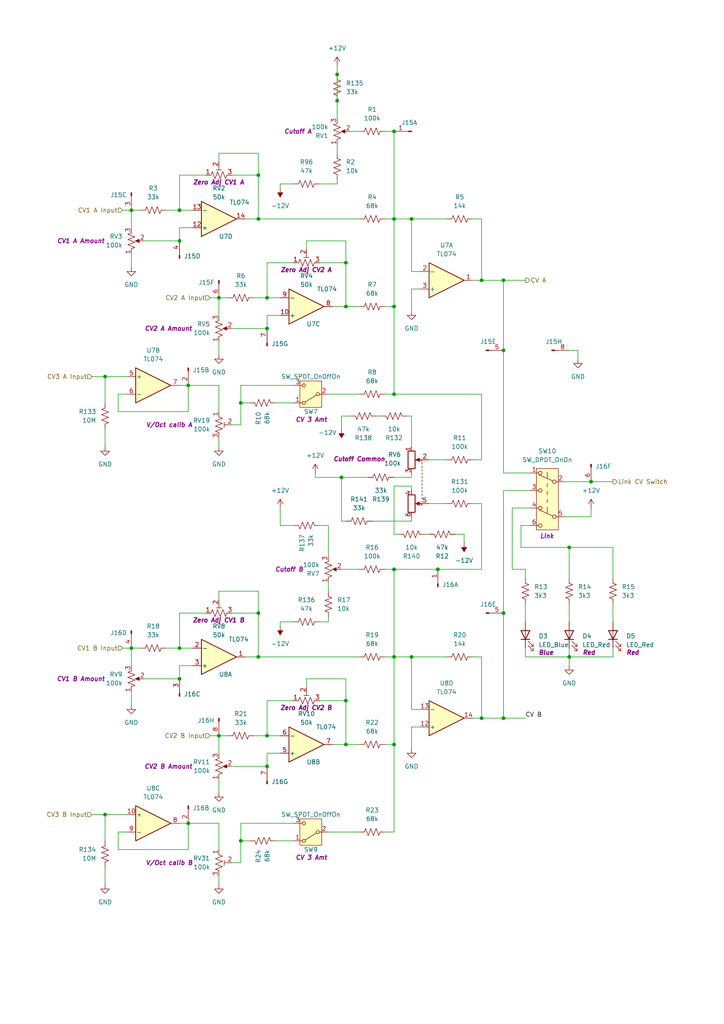
<source format=kicad_sch>
(kicad_sch (version 20250114) (generator "eeschema") (generator_version "9.0")
  (paper "A4" portrait)
  (title_block (company "DMH Instruments") (comment 1 "PCB for 15cm Kosmo format synthesizer module"))
  (junction (at 74.93 190.5))
  (junction (at 114.3 63.5))
  (junction (at 119.38 190.5))
  (junction (at 146.05 208.28))
  (junction (at 52.07 196.85))
  (junction (at 100.33 203.2))
  (junction (at 69.85 116.84))
  (junction (at 63.5 86.36))
  (junction (at 38.1 60.96))
  (junction (at 100.33 215.9))
  (junction (at 38.1 187.96))
  (junction (at 74.93 177.8))
  (junction (at 74.93 50.8))
  (junction (at 97.79 21.59))
  (junction (at 114.3 114.3))
  (junction (at 114.3 38.1))
  (junction (at 114.3 190.5))
  (junction (at 30.48 236.22))
  (junction (at 99.06 138.43))
  (junction (at 63.5 213.36))
  (junction (at 139.7 208.28))
  (junction (at 146.05 177.8))
  (junction (at 54.61 238.76))
  (junction (at 30.48 109.22))
  (junction (at 97.79 29.21))
  (junction (at 165.1 158.75))
  (junction (at 146.05 81.28))
  (junction (at 171.45 139.7))
  (junction (at 77.47 95.25))
  (junction (at 114.3 215.9))
  (junction (at 114.3 88.9))
  (junction (at 77.47 222.25))
  (junction (at 127 165.1))
  (junction (at 100.33 88.9))
  (junction (at 100.33 76.2))
  (junction (at 54.61 111.76))
  (junction (at 52.07 60.96))
  (junction (at 69.85 243.84))
  (junction (at 114.3 165.1))
  (junction (at 165.1 190.5))
  (junction (at 74.93 63.5))
  (junction (at 52.07 187.96))
  (junction (at 52.07 69.85))
  (junction (at 119.38 63.5))
  (junction (at 139.7 81.28))
  (junction (at 77.47 86.36))
  (junction (at 146.05 101.6))
  (junction (at 77.47 213.36))
  (wire (pts (xy 63.5 127) (xy 63.5 129.54)))
  (wire (pts (xy 114.3 140.97) (xy 114.3 154.94)))
  (wire (pts (xy 88.9 69.85) (xy 100.33 69.85)))
  (wire (pts (xy 119.38 142.24) (xy 119.38 140.97)))
  (wire (pts (xy 63.5 111.76) (xy 63.5 119.38)))
  (wire (pts (xy 81.28 147.32) (xy 81.28 152.4)))
  (wire (pts (xy 119.38 140.97) (xy 114.3 140.97)))
  (wire (pts (xy 88.9 196.85) (xy 100.33 196.85)))
  (wire (pts (xy 100.33 69.85) (xy 100.33 76.2)))
  (wire (pts (xy 77.47 213.36) (xy 81.28 213.36)))
  (wire (pts (xy 41.91 196.85) (xy 52.07 196.85)))
  (wire (pts (xy 152.4 187.96) (xy 152.4 190.5)))
  (wire (pts (xy 35.56 187.96) (xy 38.1 187.96)))
  (wire (pts (xy 146.05 81.28) (xy 152.4 81.28)))
  (wire (pts (xy 92.71 203.2) (xy 100.33 203.2)))
  (wire (pts (xy 146.05 81.28) (xy 146.05 101.6)))
  (wire (pts (xy 153.67 152.4) (xy 151.13 152.4)))
  (wire (pts (xy 163.83 139.7) (xy 171.45 139.7)))
  (wire (pts (xy 67.31 50.8) (xy 74.93 50.8)))
  (wire (pts (xy 139.7 208.28) (xy 137.16 208.28)))
  (wire (pts (xy 77.47 203.2) (xy 77.47 213.36)))
  (wire (pts (xy 100.33 88.9) (xy 104.14 88.9)))
  (wire (pts (xy 67.31 123.19) (xy 69.85 123.19)))
  (wire (pts (xy 99.06 138.43) (xy 106.68 138.43)))
  (wire (pts (xy 139.7 208.28) (xy 146.05 208.28)))
  (wire (pts (xy 97.79 29.21) (xy 97.79 34.29)))
  (wire (pts (xy 41.91 69.85) (xy 52.07 69.85)))
  (wire (pts (xy 146.05 208.28) (xy 152.4 208.28)))
  (wire (pts (xy 114.3 138.43) (xy 119.38 138.43)))
  (wire (pts (xy 67.31 222.25) (xy 77.47 222.25)))
  (wire (pts (xy 95.25 152.4) (xy 92.71 152.4)))
  (wire (pts (xy 121.92 83.82) (xy 119.38 83.82)))
  (wire (pts (xy 38.1 193.04) (xy 38.1 187.96)))
  (wire (pts (xy 74.93 63.5) (xy 71.12 63.5)))
  (wire (pts (xy 124.46 146.05) (xy 129.54 146.05)))
  (wire (pts (xy 85.09 180.34) (xy 81.28 180.34)))
  (wire (pts (xy 38.1 187.96) (xy 40.64 187.96)))
  (wire (pts (xy 92.71 53.34) (xy 97.79 53.34)))
  (wire (pts (xy 38.1 73.66) (xy 38.1 77.47)))
  (wire (pts (xy 91.44 138.43) (xy 91.44 137.16)))
  (wire (pts (xy 137.16 190.5) (xy 139.7 190.5)))
  (wire (pts (xy 67.31 250.19) (xy 69.85 250.19)))
  (wire (pts (xy 52.07 66.04) (xy 55.88 66.04)))
  (wire (pts (xy 54.61 119.38) (xy 54.61 111.76)))
  (wire (pts (xy 134.62 154.94) (xy 134.62 157.48)))
  (wire (pts (xy 118.11 120.65) (xy 119.38 120.65)))
  (wire (pts (xy 177.8 158.75) (xy 177.8 167.64)))
  (wire (pts (xy 119.38 205.74) (xy 121.92 205.74)))
  (wire (pts (xy 77.47 222.25) (xy 77.47 218.44)))
  (wire (pts (xy 97.79 41.91) (xy 97.79 44.45)))
  (wire (pts (xy 77.47 86.36) (xy 81.28 86.36)))
  (wire (pts (xy 111.76 190.5) (xy 114.3 190.5)))
  (wire (pts (xy 81.28 53.34) (xy 81.28 54.61)))
  (wire (pts (xy 165.1 190.5) (xy 165.1 193.04)))
  (wire (pts (xy 100.33 151.13) (xy 99.06 151.13)))
  (wire (pts (xy 139.7 165.1) (xy 127 165.1)))
  (wire (pts (xy 34.29 246.38) (xy 54.61 246.38)))
  (wire (pts (xy 114.3 215.9) (xy 114.3 241.3)))
  (wire (pts (xy 48.26 187.96) (xy 52.07 187.96)))
  (wire (pts (xy 81.28 180.34) (xy 81.28 181.61)))
  (wire (pts (xy 35.56 60.96) (xy 38.1 60.96)))
  (wire (pts (xy 111.76 114.3) (xy 114.3 114.3)))
  (wire (pts (xy 95.25 168.91) (xy 95.25 171.45)))
  (wire (pts (xy 54.61 246.38) (xy 54.61 238.76)))
  (wire (pts (xy 52.07 50.8) (xy 52.07 60.96)))
  (wire (pts (xy 52.07 50.8) (xy 59.69 50.8)))
  (wire (pts (xy 52.07 177.8) (xy 59.69 177.8)))
  (wire (pts (xy 30.48 109.22) (xy 30.48 116.84)))
  (wire (pts (xy 97.79 53.34) (xy 97.79 52.07)))
  (wire (pts (xy 165.1 187.96) (xy 165.1 190.5)))
  (wire (pts (xy 54.61 238.76) (xy 52.07 238.76)))
  (wire (pts (xy 109.22 120.65) (xy 110.49 120.65)))
  (wire (pts (xy 69.85 238.76) (xy 69.85 243.84)))
  (wire (pts (xy 74.93 44.45) (xy 74.93 50.8)))
  (wire (pts (xy 92.71 180.34) (xy 95.25 180.34)))
  (wire (pts (xy 36.83 114.3) (xy 34.29 114.3)))
  (wire (pts (xy 30.48 109.22) (xy 36.83 109.22)))
  (wire (pts (xy 63.5 173.99) (xy 63.5 171.45)))
  (wire (pts (xy 165.1 158.75) (xy 165.1 167.64)))
  (wire (pts (xy 63.5 254) (xy 63.5 256.54)))
  (wire (pts (xy 88.9 199.39) (xy 88.9 196.85)))
  (wire (pts (xy 30.48 251.46) (xy 30.48 256.54)))
  (wire (pts (xy 165.1 190.5) (xy 177.8 190.5)))
  (wire (pts (xy 97.79 19.05) (xy 97.79 21.59)))
  (wire (pts (xy 38.1 60.96) (xy 38.1 66.04)))
  (wire (pts (xy 85.09 203.2) (xy 77.47 203.2)))
  (wire (pts (xy 119.38 138.43) (xy 119.38 137.16)))
  (wire (pts (xy 88.9 72.39) (xy 88.9 69.85)))
  (wire (pts (xy 139.7 81.28) (xy 137.16 81.28)))
  (wire (pts (xy 67.31 177.8) (xy 74.93 177.8)))
  (wire (pts (xy 34.29 114.3) (xy 34.29 119.38)))
  (wire (pts (xy 100.33 196.85) (xy 100.33 203.2)))
  (wire (pts (xy 177.8 187.96) (xy 177.8 190.5)))
  (wire (pts (xy 63.5 99.06) (xy 63.5 102.87)))
  (wire (pts (xy 73.66 213.36) (xy 77.47 213.36)))
  (wire (pts (xy 63.5 226.06) (xy 63.5 229.87)))
  (wire (pts (xy 148.59 165.1) (xy 152.4 165.1)))
  (wire (pts (xy 119.38 149.86) (xy 119.38 151.13)))
  (wire (pts (xy 63.5 86.36) (xy 66.04 86.36)))
  (wire (pts (xy 114.3 38.1) (xy 114.3 63.5)))
  (wire (pts (xy 63.5 44.45) (xy 74.93 44.45)))
  (wire (pts (xy 63.5 218.44) (xy 63.5 213.36)))
  (wire (pts (xy 92.71 76.2) (xy 100.33 76.2)))
  (wire (pts (xy 111.76 38.1) (xy 114.3 38.1)))
  (wire (pts (xy 77.47 76.2) (xy 77.47 86.36)))
  (wire (pts (xy 81.28 152.4) (xy 85.09 152.4)))
  (wire (pts (xy 96.52 88.9) (xy 100.33 88.9)))
  (wire (pts (xy 146.05 208.28) (xy 146.05 177.8)))
  (wire (pts (xy 137.16 146.05) (xy 139.7 146.05)))
  (wire (pts (xy 171.45 149.86) (xy 163.83 149.86)))
  (wire (pts (xy 80.01 243.84) (xy 85.09 243.84)))
  (wire (pts (xy 114.3 63.5) (xy 114.3 88.9)))
  (wire (pts (xy 34.29 241.3) (xy 34.29 246.38)))
  (wire (pts (xy 127 165.1) (xy 114.3 165.1)))
  (wire (pts (xy 74.93 63.5) (xy 104.14 63.5)))
  (wire (pts (xy 101.6 38.1) (xy 104.14 38.1)))
  (wire (pts (xy 121.92 210.82) (xy 119.38 210.82)))
  (wire (pts (xy 152.4 175.26) (xy 152.4 180.34)))
  (wire (pts (xy 85.09 76.2) (xy 77.47 76.2)))
  (wire (pts (xy 97.79 21.59) (xy 97.79 29.21)))
  (wire (pts (xy 30.48 236.22) (xy 30.48 243.84)))
  (wire (pts (xy 151.13 158.75) (xy 165.1 158.75)))
  (wire (pts (xy 52.07 60.96) (xy 55.88 60.96)))
  (wire (pts (xy 146.05 142.24) (xy 153.67 142.24)))
  (wire (pts (xy 74.93 190.5) (xy 104.14 190.5)))
  (wire (pts (xy 177.8 175.26) (xy 177.8 180.34)))
  (wire (pts (xy 152.4 190.5) (xy 165.1 190.5)))
  (wire (pts (xy 95.25 241.3) (xy 104.14 241.3)))
  (wire (pts (xy 85.09 238.76) (xy 69.85 238.76)))
  (wire (pts (xy 69.85 111.76) (xy 69.85 116.84)))
  (wire (pts (xy 52.07 69.85) (xy 52.07 66.04)))
  (wire (pts (xy 26.67 236.22) (xy 30.48 236.22)))
  (wire (pts (xy 119.38 151.13) (xy 107.95 151.13)))
  (wire (pts (xy 67.31 95.25) (xy 77.47 95.25)))
  (wire (pts (xy 139.7 190.5) (xy 139.7 208.28)))
  (wire (pts (xy 95.25 161.29) (xy 95.25 152.4)))
  (wire (pts (xy 34.29 119.38) (xy 54.61 119.38)))
  (wire (pts (xy 69.85 123.19) (xy 69.85 116.84)))
  (wire (pts (xy 165.1 175.26) (xy 165.1 180.34)))
  (wire (pts (xy 119.38 120.65) (xy 119.38 129.54)))
  (wire (pts (xy 167.64 101.6) (xy 167.64 104.14)))
  (wire (pts (xy 139.7 63.5) (xy 139.7 81.28)))
  (wire (pts (xy 38.1 200.66) (xy 38.1 204.47)))
  (wire (pts (xy 132.08 154.94) (xy 134.62 154.94)))
  (wire (pts (xy 171.45 147.32) (xy 171.45 149.86)))
  (wire (pts (xy 119.38 78.74) (xy 121.92 78.74)))
  (wire (pts (xy 153.67 147.32) (xy 148.59 147.32)))
  (wire (pts (xy 137.16 63.5) (xy 139.7 63.5)))
  (wire (pts (xy 63.5 91.44) (xy 63.5 86.36)))
  (wire (pts (xy 111.76 63.5) (xy 114.3 63.5)))
  (wire (pts (xy 124.46 133.35) (xy 129.54 133.35)))
  (wire (pts (xy 152.4 165.1) (xy 152.4 167.64)))
  (wire (pts (xy 119.38 190.5) (xy 119.38 205.74)))
  (wire (pts (xy 123.19 154.94) (xy 124.46 154.94)))
  (wire (pts (xy 114.3 88.9) (xy 114.3 114.3)))
  (wire (pts (xy 111.76 241.3) (xy 114.3 241.3)))
  (wire (pts (xy 52.07 111.76) (xy 54.61 111.76)))
  (wire (pts (xy 100.33 203.2) (xy 100.33 215.9)))
  (wire (pts (xy 74.93 177.8) (xy 74.93 190.5)))
  (wire (pts (xy 99.06 165.1) (xy 104.14 165.1)))
  (wire (pts (xy 99.06 120.65) (xy 99.06 124.46)))
  (wire (pts (xy 139.7 146.05) (xy 139.7 165.1)))
  (wire (pts (xy 69.85 250.19) (xy 69.85 243.84)))
  (wire (pts (xy 63.5 46.99) (xy 63.5 44.45)))
  (wire (pts (xy 63.5 246.38) (xy 63.5 238.76)))
  (wire (pts (xy 74.93 190.5) (xy 71.12 190.5)))
  (wire (pts (xy 139.7 114.3) (xy 139.7 133.35)))
  (wire (pts (xy 165.1 101.6) (xy 167.64 101.6)))
  (wire (pts (xy 80.01 116.84) (xy 85.09 116.84)))
  (wire (pts (xy 77.47 91.44) (xy 81.28 91.44)))
  (wire (pts (xy 99.06 151.13) (xy 99.06 138.43)))
  (wire (pts (xy 77.47 95.25) (xy 77.47 91.44)))
  (wire (pts (xy 36.83 241.3) (xy 34.29 241.3)))
  (wire (pts (xy 165.1 158.75) (xy 177.8 158.75)))
  (wire (pts (xy 69.85 116.84) (xy 72.39 116.84)))
  (wire (pts (xy 111.76 88.9) (xy 114.3 88.9)))
  (wire (pts (xy 95.25 114.3) (xy 104.14 114.3)))
  (wire (pts (xy 60.96 213.36) (xy 63.5 213.36)))
  (wire (pts (xy 100.33 76.2) (xy 100.33 88.9)))
  (wire (pts (xy 171.45 139.7) (xy 177.8 139.7)))
  (wire (pts (xy 111.76 215.9) (xy 114.3 215.9)))
  (wire (pts (xy 77.47 218.44) (xy 81.28 218.44)))
  (wire (pts (xy 30.48 124.46) (xy 30.48 129.54)))
  (wire (pts (xy 153.67 137.16) (xy 146.05 137.16)))
  (wire (pts (xy 52.07 177.8) (xy 52.07 187.96)))
  (wire (pts (xy 119.38 63.5) (xy 119.38 78.74)))
  (wire (pts (xy 95.25 180.34) (xy 95.25 179.07)))
  (wire (pts (xy 85.09 111.76) (xy 69.85 111.76)))
  (wire (pts (xy 26.67 109.22) (xy 30.48 109.22)))
  (wire (pts (xy 146.05 101.6) (xy 146.05 137.16)))
  (wire (pts (xy 38.1 60.96) (xy 40.64 60.96)))
  (wire (pts (xy 148.59 147.32) (xy 148.59 165.1)))
  (wire (pts (xy 74.93 50.8) (xy 74.93 63.5)))
  (wire (pts (xy 63.5 171.45) (xy 74.93 171.45)))
  (wire (pts (xy 69.85 243.84) (xy 72.39 243.84)))
  (wire (pts (xy 96.52 215.9) (xy 100.33 215.9)))
  (wire (pts (xy 114.3 190.5) (xy 114.3 215.9)))
  (wire (pts (xy 139.7 81.28) (xy 146.05 81.28)))
  (wire (pts (xy 60.96 86.36) (xy 63.5 86.36)))
  (wire (pts (xy 119.38 83.82) (xy 119.38 90.17)))
  (wire (pts (xy 129.54 190.5) (xy 119.38 190.5)))
  (wire (pts (xy 137.16 133.35) (xy 139.7 133.35)))
  (wire (pts (xy 101.6 120.65) (xy 99.06 120.65)))
  (wire (pts (xy 63.5 238.76) (xy 54.61 238.76)))
  (wire (pts (xy 119.38 210.82) (xy 119.38 217.17)))
  (wire (pts (xy 99.06 138.43) (xy 91.44 138.43)))
  (wire (pts (xy 73.66 86.36) (xy 77.47 86.36)))
  (wire (pts (xy 114.3 190.5) (xy 119.38 190.5)))
  (wire (pts (xy 63.5 213.36) (xy 66.04 213.36)))
  (wire (pts (xy 52.07 187.96) (xy 55.88 187.96)))
  (wire (pts (xy 114.3 114.3) (xy 139.7 114.3)))
  (wire (pts (xy 54.61 111.76) (xy 63.5 111.76)))
  (wire (pts (xy 81.28 53.34) (xy 85.09 53.34)))
  (wire (pts (xy 30.48 236.22) (xy 36.83 236.22)))
  (wire (pts (xy 114.3 154.94) (xy 115.57 154.94)))
  (wire (pts (xy 111.76 165.1) (xy 114.3 165.1)))
  (wire (pts (xy 74.93 171.45) (xy 74.93 177.8)))
  (wire (pts (xy 114.3 63.5) (xy 119.38 63.5)))
  (wire (pts (xy 151.13 152.4) (xy 151.13 158.75)))
  (wire (pts (xy 100.33 215.9) (xy 104.14 215.9)))
  (wire (pts (xy 48.26 60.96) (xy 52.07 60.96)))
  (wire (pts (xy 114.3 165.1) (xy 114.3 190.5)))
  (wire (pts (xy 52.07 193.04) (xy 55.88 193.04)))
  (wire (pts (xy 146.05 177.8) (xy 146.05 142.24)))
  (wire (pts (xy 52.07 196.85) (xy 52.07 193.04)))
  (wire (pts (xy 129.54 63.5) (xy 119.38 63.5)))
  (label "CV B" (at 152.4 208.28 0))
  (hierarchical_label "CV1 B Input" (shape input) (at 35.56 187.96 180))
  (hierarchical_label "CV1 A Input" (shape input) (at 35.56 60.96 180))
  (hierarchical_label "CV A" (shape output) (at 152.4 81.28 0))
  (hierarchical_label "CV2 B Input" (shape input) (at 60.96 213.36 180))
  (hierarchical_label "CV3 B Input" (shape input) (at 26.67 236.22 180))
  (hierarchical_label "Link CV Switch" (shape output) (at 177.8 139.7 0))
  (hierarchical_label "CV2 A Input" (shape input) (at 60.96 86.36 180))
  (hierarchical_label "CV3 A Input" (shape input) (at 26.67 109.22 180))
  (symbol (lib_id "Device:R_US") (at 177.8 171.45 0) (unit 1)
    (property "Reference" "R15" (at 180.34 170.1799 0) (effects (justify left)))
    (property "Value" "3k3" (at 180.34 172.7199 0) (effects (justify left)))
    (property "Footprint" "Resistor_THT:R_Axial_DIN0207_L6.3mm_D2.5mm_P7.62mm_Horizontal" (effects (hide yes)))
    (property "Description" "Resistor, US symbol" (effects (hide yes)))
  )
  (symbol (lib_id "power:GND") (at 30.48 256.54 0) (unit 1)
    (property "Reference" "#PWR0105" (effects (hide yes)))
    (property "Value" "GND" (at 30.48 261.62 0))
    (property "Description" "Power symbol creates a global label with name \"GND\" , ground" (effects (hide yes)))
  )
  (symbol (lib_id "Device:R_US") (at 104.14 151.13 90) (unit 1)
    (property "Reference" "R141" (at 104.14 144.78 90))
    (property "Value" "33k" (at 104.14 147.32 90))
    (property "Footprint" "Resistor_THT:R_Axial_DIN0207_L6.3mm_D2.5mm_P7.62mm_Horizontal" (effects (hide yes)))
    (property "Description" "Resistor, US symbol" (effects (hide yes)))
  )
  (symbol (lib_id "power:GND") (at 63.5 102.87 0) (unit 1)
    (property "Reference" "#PWR019" (effects (hide yes)))
    (property "Value" "GND" (at 63.5 107.95 0))
    (property "Description" "Power symbol creates a global label with name \"GND\" , ground" (effects (hide yes)))
  )
  (symbol (lib_id "power:+12V") (at 171.45 147.32 0) (unit 1)
    (property "Reference" "#PWR022" (effects (hide yes)))
    (property "Value" "+12V" (at 171.45 142.24 0))
    (property "Description" "Power symbol creates a global label with name \"+12V\"" (effects (hide yes)))
  )
  (symbol (lib_id "SynthStuff:Conn_01x08_PinHeader") (at 54.61 106.68 270) (unit 2)
    (property "Reference" "J15" (at 55.88 107.3149 90) (effects (justify left)))
    (property "Value" "Conn_01x08_PinHeader" (effects (hide yes)))
    (property "Footprint" "Connector_PinSocket_2.54mm:PinSocket_1x08_P2.54mm_Vertical" (effects (hide yes)))
    (property "Description" "Generic connector, single row, 01x08" (effects (hide yes)))
  )
  (symbol (lib_id "SynthStuff:Conn_01x08_PinHeader") (at 63.5 81.28 270) (unit 6)
    (property "Reference" "J15" (at 62.23 81.9149 90) (effects (justify right)))
    (property "Value" "Conn_01x08_PinHeader" (effects (hide yes)))
    (property "Footprint" "Connector_PinSocket_2.54mm:PinSocket_1x08_P2.54mm_Vertical" (effects (hide yes)))
    (property "Description" "Generic connector, single row, 01x08" (effects (hide yes)))
  )
  (symbol (lib_id "SynthStuff:Conn_01x08_PinHeader") (at 119.38 38.1 180) (unit 1)
    (property "Reference" "J15" (at 118.745 35.56 0))
    (property "Value" "Conn_01x08_PinHeader" (effects (hide yes)))
    (property "Footprint" "Connector_PinSocket_2.54mm:PinSocket_1x08_P2.54mm_Vertical" (effects (hide yes)))
    (property "Description" "Generic connector, single row, 01x08" (effects (hide yes)))
  )
  (symbol (lib_id "Device:R_US") (at 95.25 175.26 0) (unit 1)
    (property "Reference" "R17" (at 97.79 173.9899 0) (effects (justify left)))
    (property "Value" "10k" (at 97.79 176.5299 0) (effects (justify left)))
    (property "Footprint" "Resistor_THT:R_Axial_DIN0207_L6.3mm_D2.5mm_P7.62mm_Horizontal" (effects (hide yes)))
    (property "Description" "Resistor, US symbol" (effects (hide yes)))
  )
  (symbol (lib_id "SynthStuff:Conn_01x08_PinHeader") (at 160.02 101.6 0) (unit 8)
    (property "Reference" "J15" (at 160.655 99.06 0))
    (property "Value" "Conn_01x08_PinHeader" (effects (hide yes)))
    (property "Footprint" "Connector_PinSocket_2.54mm:PinSocket_1x08_P2.54mm_Vertical" (effects (hide yes)))
    (property "Description" "Generic connector, single row, 01x08" (effects (hide yes)))
  )
  (symbol (lib_id "power:GND") (at 119.38 217.17 0) (unit 1)
    (property "Reference" "#PWR028" (effects (hide yes)))
    (property "Value" "GND" (at 119.38 222.25 0))
    (property "Description" "Power symbol creates a global label with name \"GND\" , ground" (effects (hide yes)))
  )
  (symbol (lib_id "Device:R_US") (at 107.95 165.1 90) (unit 1)
    (property "Reference" "R16" (at 107.95 158.75 90))
    (property "Value" "100k" (at 107.95 161.29 90))
    (property "Footprint" "Resistor_THT:R_Axial_DIN0207_L6.3mm_D2.5mm_P7.62mm_Horizontal" (effects (hide yes)))
    (property "Description" "Resistor, US symbol" (effects (hide yes)))
  )
  (symbol (lib_id "Device:R_US") (at 88.9 53.34 90) (unit 1)
    (property "Reference" "R96" (at 88.9 46.99 90))
    (property "Value" "47k" (at 88.9 49.53 90))
    (property "Footprint" "Resistor_THT:R_Axial_DIN0207_L6.3mm_D2.5mm_P7.62mm_Horizontal" (effects (hide yes)))
    (property "Description" "Resistor, US symbol" (effects (hide yes)))
  )
  (symbol (lib_id "Device:R_US") (at 165.1 171.45 0) (unit 1)
    (property "Reference" "R14" (at 167.64 170.1799 0) (effects (justify left)))
    (property "Value" "3k3" (at 167.64 172.7199 0) (effects (justify left)))
    (property "Footprint" "Resistor_THT:R_Axial_DIN0207_L6.3mm_D2.5mm_P7.62mm_Horizontal" (effects (hide yes)))
    (property "Description" "Resistor, US symbol" (effects (hide yes)))
  )
  (symbol (lib_id "Device:R_Potentiometer_Trim_US") (at 63.5 250.19 0) (unit 1)
    (property "Reference" "RV31" (at 60.96 248.9199 0) (effects (justify right)))
    (property "Value" "100k" (at 60.96 251.4599 0) (effects (justify right)))
    (property "Description" "Trim-potentiometer, US symbol" (effects (hide yes)))
    (property "Function" "V/Oct calib B" (at 49.022 250.19 0) (effects (font (thickness 0.254) (bold yes) (italic yes))))
  )
  (symbol (lib_id "power:GND") (at 63.5 229.87 0) (unit 1)
    (property "Reference" "#PWR029" (effects (hide yes)))
    (property "Value" "GND" (at 63.5 234.95 0))
    (property "Description" "Power symbol creates a global label with name \"GND\" , ground" (effects (hide yes)))
  )
  (symbol (lib_id "power:GND") (at 38.1 77.47 0) (unit 1)
    (property "Reference" "#PWR011" (effects (hide yes)))
    (property "Value" "GND" (at 38.1 82.55 0))
    (property "Description" "Power symbol creates a global label with name \"GND\" , ground" (effects (hide yes)))
  )
  (symbol (lib_id "Device:R_US") (at 107.95 63.5 90) (unit 1) (on_board no)
    (property "Reference" "R4" (at 107.95 57.15 90))
    (property "Value" "68k" (at 107.95 59.69 90))
    (property "Footprint" "Resistor_THT:R_Axial_DIN0207_L6.3mm_D2.5mm_P7.62mm_Horizontal" (effects (hide yes)))
    (property "Description" "Resistor, US symbol" (effects (hide yes)))
  )
  (symbol (lib_id "Device:R_Potentiometer_Trim_US") (at 88.9 203.2 90) (unit 1)
    (property "Reference" "RV10" (at 88.9 207.01 90))
    (property "Value" "50k" (at 88.9 209.55 90))
    (property "Footprint" "Potentiometer_THT:Potentiometer_Bourns_3296W_Vertical" (effects (hide yes)))
    (property "Description" "Trim-potentiometer, US symbol" (effects (hide yes)))
    (property "Function" "Zero Adj CV2 B" (at 88.9 205.232 90) (effects (font (thickness 0.254) (bold yes) (italic yes))))
  )
  (symbol (lib_id "power:GND") (at 63.5 129.54 0) (unit 1)
    (property "Reference" "#PWR021" (effects (hide yes)))
    (property "Value" "GND" (at 63.5 134.62 0))
    (property "Description" "Power symbol creates a global label with name \"GND\" , ground" (effects (hide yes)))
  )
  (symbol (lib_id "Device:R_US") (at 107.95 114.3 270) (unit 1)
    (property "Reference" "R8" (at 107.95 107.95 90))
    (property "Value" "68k" (at 107.95 110.49 90))
    (property "Footprint" "Resistor_THT:R_Axial_DIN0207_L6.3mm_D2.5mm_P7.62mm_Horizontal" (effects (hide yes)))
    (property "Description" "Resistor, US symbol" (effects (hide yes)))
  )
  (symbol (lib_id "Device:R_US") (at 69.85 86.36 90) (unit 1) (on_board no)
    (property "Reference" "R6" (at 69.85 80.01 90))
    (property "Value" "33k" (at 69.85 82.55 90))
    (property "Footprint" "Resistor_THT:R_Axial_DIN0207_L6.3mm_D2.5mm_P7.62mm_Horizontal" (effects (hide yes)))
    (property "Description" "Resistor, US symbol" (effects (hide yes)))
  )
  (symbol (lib_id "power:+12V") (at 91.44 137.16 0) (unit 1)
    (property "Reference" "#PWR020" (effects (hide yes)))
    (property "Value" "+12V" (at 91.44 132.08 0))
    (property "Description" "Power symbol creates a global label with name \"+12V\"" (effects (hide yes)))
  )
  (symbol (lib_id "SynthStuff:Conn_01x08_PinHeader") (at 140.97 101.6 0) (unit 5)
    (property "Reference" "J15" (at 141.605 99.06 0))
    (property "Value" "Conn_01x08_PinHeader" (effects (hide yes)))
    (property "Footprint" "Connector_PinSocket_2.54mm:PinSocket_1x08_P2.54mm_Vertical" (effects (hide yes)))
    (property "Description" "Generic connector, single row, 01x08" (effects (hide yes)))
  )
  (symbol (lib_id "Device:R_US") (at 97.79 48.26 0) (unit 1)
    (property "Reference" "R2" (at 100.33 46.9899 0) (effects (justify left)))
    (property "Value" "10k" (at 100.33 49.5299 0) (effects (justify left)))
    (property "Footprint" "Resistor_THT:R_Axial_DIN0207_L6.3mm_D2.5mm_P7.62mm_Horizontal" (effects (hide yes)))
    (property "Description" "Resistor, US symbol" (effects (hide yes)))
  )
  (symbol (lib_id "Device:R_US") (at 107.95 190.5 90) (unit 1) (on_board no)
    (property "Reference" "R19" (at 107.95 184.15 90))
    (property "Value" "68k" (at 107.95 186.69 90))
    (property "Footprint" "Resistor_THT:R_Axial_DIN0207_L6.3mm_D2.5mm_P7.62mm_Horizontal" (effects (hide yes)))
    (property "Description" "Resistor, US symbol" (effects (hide yes)))
  )
  (symbol (lib_id "power:GND") (at 119.38 90.17 0) (unit 1)
    (property "Reference" "#PWR012" (effects (hide yes)))
    (property "Value" "GND" (at 119.38 95.25 0))
    (property "Description" "Power symbol creates a global label with name \"GND\" , ground" (effects (hide yes)))
  )
  (symbol (lib_id "Device:R_US") (at 110.49 138.43 270) (unit 1)
    (property "Reference" "R139" (at 110.49 144.78 90))
    (property "Value" "33k" (at 110.49 142.24 90))
    (property "Footprint" "Resistor_THT:R_Axial_DIN0207_L6.3mm_D2.5mm_P7.62mm_Horizontal" (effects (hide yes)))
    (property "Description" "Resistor, US symbol" (effects (hide yes)))
  )
  (symbol (lib_id "Device:R_US") (at 133.35 63.5 90) (unit 1) (on_board no)
    (property "Reference" "R5" (at 133.35 57.15 90))
    (property "Value" "14k" (at 133.35 59.69 90))
    (property "Footprint" "Resistor_THT:R_Axial_DIN0207_L6.3mm_D2.5mm_P7.62mm_Horizontal" (effects (hide yes)))
    (property "Description" "Resistor, US symbol" (effects (hide yes)))
  )
  (symbol (lib_id "Switch:SW_SPDT") (at 90.17 114.3 180) (unit 1)
    (property "Reference" "SW7" (at 90.17 119.38 0))
    (property "Value" "SW_SPDT_OnOffOn" (at 90.17 109.22 0))
    (property "Footprint" "SynthStuff:Toggle_Switch_TE" (effects (hide yes)))
    (property "Description" "Switch, single pole double throw" (effects (hide yes)))
    (property "Function" "CV 3 Amt" (at 90.424 121.666 0) (effects (font (thickness 0.254) (bold yes) (italic yes))))
  )
  (symbol (lib_id "Device:R_Potentiometer_Trim_US") (at 63.5 177.8 90) (unit 1)
    (property "Reference" "RV8" (at 63.5 181.61 90))
    (property "Value" "50k" (at 63.5 184.15 90))
    (property "Footprint" "Potentiometer_THT:Potentiometer_Bourns_3296W_Vertical" (effects (hide yes)))
    (property "Description" "Trim-potentiometer, US symbol" (effects (hide yes)))
    (property "Function" "Zero Adj CV1 B" (at 63.5 179.832 90) (effects (font (thickness 0.254) (bold yes) (italic yes))))
  )
  (symbol (lib_id "power:GND") (at 63.5 256.54 0) (unit 1)
    (property "Reference" "#PWR030" (effects (hide yes)))
    (property "Value" "GND" (at 63.5 261.62 0))
    (property "Description" "Power symbol creates a global label with name \"GND\" , ground" (effects (hide yes)))
  )
  (symbol (lib_id "power:-12V") (at 99.06 124.46 180) (unit 1)
    (property "Reference" "#PWR073" (effects (hide yes)))
    (property "Value" "-12V" (at 94.996 125.476 0))
    (property "Description" "Power symbol creates a global label with name \"-12V\"" (effects (hide yes)))
  )
  (symbol (lib_id "Device:R_US") (at 114.3 120.65 270) (mirror x) (unit 1)
    (property "Reference" "R132" (at 114.3 127 90))
    (property "Value" "10k" (at 114.3 124.46 90))
    (property "Footprint" "Resistor_THT:R_Axial_DIN0207_L6.3mm_D2.5mm_P7.62mm_Horizontal" (effects (hide yes)))
    (property "Description" "Resistor, US symbol" (effects (hide yes)))
  )
  (symbol (lib_id "Device:R_US") (at 88.9 152.4 90) (mirror x) (unit 1)
    (property "Reference" "R137" (at 87.6299 154.94 0) (effects (justify left)))
    (property "Value" "33k" (at 90.1699 154.94 0) (effects (justify left)))
    (property "Footprint" "Resistor_THT:R_Axial_DIN0207_L6.3mm_D2.5mm_P7.62mm_Horizontal" (effects (hide yes)))
    (property "Description" "Resistor, US symbol" (effects (hide yes)))
  )
  (symbol (lib_id "Device:R_Potentiometer_US") (at 63.5 222.25 0) (mirror x) (unit 1)
    (property "Reference" "RV11" (at 60.96 220.9799 0) (effects (justify right)))
    (property "Value" "100k" (at 60.96 223.5199 0) (effects (justify right)))
    (property "Footprint" "SynthStuff:Potentiometer_TT_P110KH1" (effects (hide yes)))
    (property "Description" "Potentiometer, US symbol" (effects (hide yes)))
    (property "Function" "CV2 B Amount" (at 48.768 222.25 0) (effects (font (thickness 0.254) (bold yes) (italic yes))))
  )
  (symbol (lib_id "Device:R_Potentiometer_US") (at 95.25 165.1 0) (mirror x) (unit 1)
    (property "Reference" "RV7" (at 92.71 166.3701 0) (effects (justify right)))
    (property "Value" "100k" (at 92.71 163.8301 0) (effects (justify right)))
    (property "Footprint" "SynthStuff:Potentiometer_Alpha_RD901F-40-00D_Single_Vertical" (effects (hide yes)))
    (property "Description" "Potentiometer, US symbol" (effects (hide yes)))
    (property "Function" "Cutoff B" (at 83.82 165.1 0) (effects (font (thickness 0.254) (bold yes) (italic yes))))
  )
  (symbol (lib_id "Amplifier_Operational:TL074") (at 44.45 111.76 0) (unit 2) (on_board no)
    (property "Reference" "U7" (at 44.45 101.6 0))
    (property "Value" "TL074" (at 44.45 104.14 0))
    (property "Datasheet" "http://www.ti.com/lit/ds/symlink/tl071.pdf" (effects (hide yes)))
    (property "Description" "Quad Low-Noise JFET-Input Operational Amplifiers, DIP-14/SOIC-14" (effects (hide yes)))
  )
  (symbol (lib_id "Device:R_US") (at 133.35 190.5 90) (unit 1) (on_board no)
    (property "Reference" "R20" (at 133.35 184.15 90))
    (property "Value" "14k" (at 133.35 186.69 90))
    (property "Footprint" "Resistor_THT:R_Axial_DIN0207_L6.3mm_D2.5mm_P7.62mm_Horizontal" (effects (hide yes)))
    (property "Description" "Resistor, US symbol" (effects (hide yes)))
  )
  (symbol (lib_id "Device:LED") (at 152.4 184.15 90) (unit 1)
    (property "Reference" "D3" (at 156.21 184.4674 90) (effects (justify right)))
    (property "Value" "LED_Blue" (at 156.21 187.0074 90) (effects (justify right)))
    (property "Footprint" "LED_THT:LED_D3.0mm" (effects (hide yes)))
    (property "Description" "Light emitting diode" (effects (hide yes)))
    (property "Function" "Blue" (at 158.496 189.23 90) (effects (font (thickness 0.254) (bold yes) (italic yes))))
    (property "Sim.Pins" "1=K 2=A" (effects (hide yes)))
  )
  (symbol (lib_id "Device:R_US") (at 119.38 154.94 90) (mirror x) (unit 1)
    (property "Reference" "R140" (at 119.38 161.29 90))
    (property "Value" "10k" (at 119.38 158.75 90))
    (property "Footprint" "Resistor_THT:R_Axial_DIN0207_L6.3mm_D2.5mm_P7.62mm_Horizontal" (effects (hide yes)))
    (property "Description" "Resistor, US symbol" (effects (hide yes)))
  )
  (symbol (lib_id "Device:R_US") (at 44.45 60.96 90) (unit 1) (on_board no)
    (property "Reference" "R3" (at 44.45 54.61 90))
    (property "Value" "33k" (at 44.45 57.15 90))
    (property "Footprint" "Resistor_THT:R_Axial_DIN0207_L6.3mm_D2.5mm_P7.62mm_Horizontal" (effects (hide yes)))
    (property "Description" "Resistor, US symbol" (effects (hide yes)))
  )
  (symbol (lib_id "SynthStuff:Conn_01x08_PinHeader") (at 52.07 201.93 270) (mirror x) (unit 3)
    (property "Reference" "J16" (at 53.34 201.2951 90) (effects (justify left)))
    (property "Value" "Conn_01x08_PinHeader" (effects (hide yes)))
    (property "Footprint" "Connector_PinSocket_2.54mm:PinSocket_1x08_P2.54mm_Vertical" (effects (hide yes)))
    (property "Description" "Generic connector, single row, 01x08" (effects (hide yes)))
  )
  (symbol (lib_id "SynthStuff:Conn_01x08_PinHeader") (at 127 170.18 90) (unit 1)
    (property "Reference" "J16" (at 128.27 169.5449 90) (effects (justify right)))
    (property "Value" "Conn_01x08_PinHeader" (effects (hide yes)))
    (property "Footprint" "Connector_PinSocket_2.54mm:PinSocket_1x08_P2.54mm_Vertical" (effects (hide yes)))
    (property "Description" "Generic connector, single row, 01x08" (effects (hide yes)))
  )
  (symbol (lib_id "Switch:SW_SPDT") (at 90.17 241.3 180) (unit 1)
    (property "Reference" "SW9" (at 90.17 246.38 0))
    (property "Value" "SW_SPDT_OnOffOn" (at 90.17 236.22 0))
    (property "Footprint" "SynthStuff:Toggle_Switch_TE" (effects (hide yes)))
    (property "Description" "Switch, single pole double throw" (effects (hide yes)))
    (property "Function" "CV 3 Amt" (at 90.424 248.666 0) (effects (font (thickness 0.254) (bold yes) (italic yes))))
  )
  (symbol (lib_id "Device:R_US") (at 76.2 116.84 270) (mirror x) (unit 1)
    (property "Reference" "R10" (at 74.9299 119.38 0) (effects (justify right)))
    (property "Value" "68k" (at 77.4699 119.38 0) (effects (justify right)))
    (property "Footprint" "Resistor_THT:R_Axial_DIN0207_L6.3mm_D2.5mm_P7.62mm_Horizontal" (effects (hide yes)))
    (property "Description" "Resistor, US symbol" (effects (hide yes)))
  )
  (symbol (lib_id "SynthStuff:Conn_01x08_PinHeader") (at 38.1 182.88 90) (mirror x) (unit 4)
    (property "Reference" "J16" (at 36.83 183.5149 90) (effects (justify left)))
    (property "Value" "Conn_01x08_PinHeader" (effects (hide yes)))
    (property "Footprint" "Connector_PinSocket_2.54mm:PinSocket_1x08_P2.54mm_Vertical" (effects (hide yes)))
    (property "Description" "Generic connector, single row, 01x08" (effects (hide yes)))
  )
  (symbol (lib_id "Device:R_Potentiometer_US") (at 38.1 69.85 0) (mirror x) (unit 1)
    (property "Reference" "RV3" (at 35.56 68.5799 0) (effects (justify right)))
    (property "Value" "100k" (at 35.56 71.1199 0) (effects (justify right)))
    (property "Footprint" "SynthStuff:Potentiometer_TT_P110KH1" (effects (hide yes)))
    (property "Description" "Potentiometer, US symbol" (effects (hide yes)))
    (property "Function" "CV1 A Amount" (at 23.368 69.85 0) (effects (font (thickness 0.254) (bold yes) (italic yes))))
  )
  (symbol (lib_id "Device:R_Potentiometer_Trim_US") (at 88.9 76.2 90) (unit 1)
    (property "Reference" "RV4" (at 88.9 80.01 90))
    (property "Value" "50k" (at 88.9 82.55 90))
    (property "Footprint" "Potentiometer_THT:Potentiometer_Bourns_3296W_Vertical" (effects (hide yes)))
    (property "Description" "Trim-potentiometer, US symbol" (effects (hide yes)))
    (property "Function" "Zero Adj CV2 A" (at 88.9 78.232 90) (effects (font (thickness 0.254) (bold yes) (italic yes))))
  )
  (symbol (lib_id "Device:R_US") (at 133.35 146.05 90) (unit 1)
    (property "Reference" "R131" (at 133.35 139.7 90))
    (property "Value" "100k" (at 133.35 142.24 90))
    (property "Footprint" "Resistor_THT:R_Axial_DIN0207_L6.3mm_D2.5mm_P7.62mm_Horizontal" (effects (hide yes)))
    (property "Description" "Resistor, US symbol" (effects (hide yes)))
  )
  (symbol (lib_id "Device:R_US") (at 97.79 25.4 180) (unit 1)
    (property "Reference" "R135" (at 100.33 24.1299 0) (effects (justify right)))
    (property "Value" "33k" (at 100.33 26.6699 0) (effects (justify right)))
    (property "Footprint" "Resistor_THT:R_Axial_DIN0207_L6.3mm_D2.5mm_P7.62mm_Horizontal" (effects (hide yes)))
    (property "Description" "Resistor, US symbol" (effects (hide yes)))
  )
  (symbol (lib_id "Device:R_Potentiometer_Trim_US") (at 63.5 50.8 90) (unit 1)
    (property "Reference" "RV2" (at 63.5 54.61 90))
    (property "Value" "50k" (at 63.5 57.15 90))
    (property "Footprint" "Potentiometer_THT:Potentiometer_Bourns_3296W_Vertical" (effects (hide yes)))
    (property "Description" "Trim-potentiometer, US symbol" (effects (hide yes)))
    (property "Function" "Zero Adj CV1 A" (at 63.5 52.832 90) (effects (font (thickness 0.254) (bold yes) (italic yes))))
  )
  (symbol (lib_id "power:-12V") (at 134.62 157.48 180) (unit 1)
    (property "Reference" "#PWR023" (effects (hide yes)))
    (property "Value" "-12V" (at 134.62 162.56 0))
    (property "Description" "Power symbol creates a global label with name \"-12V\"" (effects (hide yes)))
  )
  (symbol (lib_id "power:GND") (at 38.1 204.47 0) (unit 1)
    (property "Reference" "#PWR027" (effects (hide yes)))
    (property "Value" "GND" (at 38.1 209.55 0))
    (property "Description" "Power symbol creates a global label with name \"GND\" , ground" (effects (hide yes)))
  )
  (symbol (lib_id "Device:R_US") (at 88.9 180.34 90) (unit 1)
    (property "Reference" "R136" (at 88.9 173.99 90))
    (property "Value" "47k" (at 88.9 176.53 90))
    (property "Footprint" "Resistor_THT:R_Axial_DIN0207_L6.3mm_D2.5mm_P7.62mm_Horizontal" (effects (hide yes)))
    (property "Description" "Resistor, US symbol" (effects (hide yes)))
  )
  (symbol (lib_id "Device:R_US") (at 76.2 243.84 270) (mirror x) (unit 1)
    (property "Reference" "R24" (at 74.9299 246.38 0) (effects (justify right)))
    (property "Value" "68k" (at 77.4699 246.38 0) (effects (justify right)))
    (property "Footprint" "Resistor_THT:R_Axial_DIN0207_L6.3mm_D2.5mm_P7.62mm_Horizontal" (effects (hide yes)))
    (property "Description" "Resistor, US symbol" (effects (hide yes)))
  )
  (symbol (lib_id "Device:R_US") (at 107.95 38.1 90) (unit 1)
    (property "Reference" "R1" (at 107.95 31.75 90))
    (property "Value" "100k" (at 107.95 34.29 90))
    (property "Footprint" "Resistor_THT:R_Axial_DIN0207_L6.3mm_D2.5mm_P7.62mm_Horizontal" (effects (hide yes)))
    (property "Description" "Resistor, US symbol" (effects (hide yes)))
  )
  (symbol (lib_id "power:GND") (at 165.1 193.04 0) (unit 1)
    (property "Reference" "#PWR026" (effects (hide yes)))
    (property "Value" "GND" (at 165.1 198.12 0))
    (property "Description" "Power symbol creates a global label with name \"GND\" , ground" (effects (hide yes)))
  )
  (symbol (lib_id "Device:R_US") (at 152.4 171.45 0) (unit 1)
    (property "Reference" "R13" (at 154.94 170.1799 0) (effects (justify left)))
    (property "Value" "3k3" (at 154.94 172.7199 0) (effects (justify left)))
    (property "Footprint" "Resistor_THT:R_Axial_DIN0207_L6.3mm_D2.5mm_P7.62mm_Horizontal" (effects (hide yes)))
    (property "Description" "Resistor, US symbol" (effects (hide yes)))
  )
  (symbol (lib_id "Amplifier_Operational:TL074") (at 129.54 208.28 0) (mirror x) (unit 4) (on_board no)
    (property "Reference" "U8" (at 129.54 198.12 0))
    (property "Value" "TL074" (at 129.54 200.66 0))
    (property "Footprint" "Package_DIP:DIP-14_W7.62mm_Socket" (effects (hide yes)))
    (property "Datasheet" "http://www.ti.com/lit/ds/symlink/tl071.pdf" (effects (hide yes)))
    (property "Description" "Quad Low-Noise JFET-Input Operational Amplifiers, DIP-14/SOIC-14" (effects (hide yes)))
  )
  (symbol (lib_id "Amplifier_Operational:TL074") (at 44.45 238.76 0) (unit 3) (on_board no)
    (property "Reference" "U8" (at 44.45 228.6 0))
    (property "Value" "TL074" (at 44.45 231.14 0))
    (property "Datasheet" "http://www.ti.com/lit/ds/symlink/tl071.pdf" (effects (hide yes)))
    (property "Description" "Quad Low-Noise JFET-Input Operational Amplifiers, DIP-14/SOIC-14" (effects (hide yes)))
  )
  (symbol (lib_id "Device:R_US") (at 30.48 120.65 0) (mirror x) (unit 1) (on_board no)
    (property "Reference" "R133" (at 27.94 119.3799 0) (effects (justify right)))
    (property "Value" "10M" (at 27.94 121.9199 0) (effects (justify right)))
    (property "Footprint" "Resistor_THT:R_Axial_DIN0207_L6.3mm_D2.5mm_P7.62mm_Horizontal" (effects (hide yes)))
    (property "Description" "Resistor, US symbol" (effects (hide yes)))
  )
  (symbol (lib_id "Device:R_US") (at 30.48 247.65 0) (mirror x) (unit 1) (on_board no)
    (property "Reference" "R134" (at 27.94 246.3799 0) (effects (justify right)))
    (property "Value" "10M" (at 27.94 248.9199 0) (effects (justify right)))
    (property "Footprint" "Resistor_THT:R_Axial_DIN0207_L6.3mm_D2.5mm_P7.62mm_Horizontal" (effects (hide yes)))
    (property "Description" "Resistor, US symbol" (effects (hide yes)))
  )
  (symbol (lib_id "power:GND") (at 167.64 104.14 0) (unit 1)
    (property "Reference" "#PWR0100" (effects (hide yes)))
    (property "Value" "GND" (at 167.64 109.22 0))
    (property "Description" "Power symbol creates a global label with name \"GND\" , ground" (effects (hide yes)))
  )
  (symbol (lib_id "Device:R_Potentiometer_US") (at 97.79 38.1 0) (mirror x) (unit 1)
    (property "Reference" "RV1" (at 95.25 39.3701 0) (effects (justify right)))
    (property "Value" "100k" (at 95.25 36.8301 0) (effects (justify right)))
    (property "Footprint" "SynthStuff:Potentiometer_Alpha_RD901F-40-00D_Single_Vertical" (effects (hide yes)))
    (property "Description" "Potentiometer, US symbol" (effects (hide yes)))
    (property "Function" "Cutoff A" (at 86.36 38.1 0) (effects (font (thickness 0.254) (bold yes) (italic yes))))
  )
  (symbol (lib_id "Amplifier_Operational:TL074") (at 88.9 88.9 0) (mirror x) (unit 3) (on_board no)
    (property "Reference" "U7" (at 88.9 93.98 0) (effects (justify left)))
    (property "Value" "TL074" (at 91.948 83.82 0) (effects (justify left)))
    (property "Footprint" "Package_DIP:DIP-14_W7.62mm_Socket" (effects (hide yes)))
    (property "Datasheet" "http://www.ti.com/lit/ds/symlink/tl071.pdf" (effects (hide yes)))
    (property "Description" "Quad Low-Noise JFET-Input Operational Amplifiers, DIP-14/SOIC-14" (effects (hide yes)))
  )
  (symbol (lib_id "Device:R_Potentiometer_Dual") (at 121.92 139.7 270) (unit 1)
    (property "Reference" "RV6" (at 116.332 131.826 90) (effects (justify right)))
    (property "Value" "100k" (at 116.332 134.366 90) (effects (justify right)))
    (property "Footprint" "Potentiometer_THT:Potentiometer_Alpha_RD902F-40-00D_Dual_Vertical" (effects (hide yes)))
    (property "Description" "Dual potentiometer" (effects (hide yes)))
    (property "Function" "Cutoff Common" (at 104.14 133.096 90) (effects (font (thickness 0.254) (bold yes) (italic yes))))
  )
  (symbol (lib_id "SynthStuff:Conn_01x08_PinHeader") (at 77.47 227.33 90) (unit 7)
    (property "Reference" "J16" (at 78.74 226.6949 90) (effects (justify right)))
    (property "Value" "Conn_01x08_PinHeader" (effects (hide yes)))
    (property "Footprint" "Connector_PinSocket_2.54mm:PinSocket_1x08_P2.54mm_Vertical" (effects (hide yes)))
    (property "Description" "Generic connector, single row, 01x08" (effects (hide yes)))
  )
  (symbol (lib_id "Amplifier_Operational:TL074") (at 63.5 190.5 0) (mirror x) (unit 1) (on_board no)
    (property "Reference" "U8" (at 63.5 195.58 0) (effects (justify left)))
    (property "Value" "TL074" (at 66.294 185.42 0) (effects (justify left)))
    (property "Footprint" "Package_DIP:DIP-14_W7.62mm_Socket" (effects (hide yes)))
    (property "Datasheet" "http://www.ti.com/lit/ds/symlink/tl071.pdf" (effects (hide yes)))
    (property "Description" "Quad Low-Noise JFET-Input Operational Amplifiers, DIP-14/SOIC-14" (effects (hide yes)))
  )
  (symbol (lib_id "Device:R_Potentiometer_US") (at 38.1 196.85 0) (mirror x) (unit 1)
    (property "Reference" "RV9" (at 35.56 195.5799 0) (effects (justify right)))
    (property "Value" "100k" (at 35.56 198.1199 0) (effects (justify right)))
    (property "Footprint" "SynthStuff:Potentiometer_TT_P110KH1" (effects (hide yes)))
    (property "Description" "Potentiometer, US symbol" (effects (hide yes)))
    (property "Function" "CV1 B Amount" (at 23.368 196.85 0) (effects (font (thickness 0.254) (bold yes) (italic yes))))
  )
  (symbol (lib_id "Device:LED") (at 165.1 184.15 90) (unit 1)
    (property "Reference" "D4" (at 168.91 184.4674 90) (effects (justify right)))
    (property "Value" "LED_Red" (at 168.91 187.0074 90) (effects (justify right)))
    (property "Footprint" "LED_THT:LED_D3.0mm" (effects (hide yes)))
    (property "Description" "Light emitting diode" (effects (hide yes)))
    (property "Function" "Red" (at 170.942 189.23 90) (effects (font (thickness 0.254) (bold yes) (italic yes))))
    (property "Sim.Pins" "1=K 2=A" (effects (hide yes)))
  )
  (symbol (lib_id "Amplifier_Operational:TL074") (at 129.54 81.28 0) (mirror x) (unit 1) (on_board no)
    (property "Reference" "U7" (at 129.54 71.12 0))
    (property "Value" "TL074" (at 129.54 73.66 0))
    (property "Footprint" "Package_DIP:DIP-14_W7.62mm_Socket" (effects (hide yes)))
    (property "Datasheet" "http://www.ti.com/lit/ds/symlink/tl071.pdf" (effects (hide yes)))
    (property "Description" "Quad Low-Noise JFET-Input Operational Amplifiers, DIP-14/SOIC-14" (effects (hide yes)))
  )
  (symbol (lib_id "SynthStuff:Conn_01x08_PinHeader") (at 77.47 100.33 270) (mirror x) (unit 7)
    (property "Reference" "J15" (at 78.74 99.6949 90) (effects (justify left)))
    (property "Value" "Conn_01x08_PinHeader" (effects (hide yes)))
    (property "Footprint" "Connector_PinSocket_2.54mm:PinSocket_1x08_P2.54mm_Vertical" (effects (hide yes)))
    (property "Description" "Generic connector, single row, 01x08" (effects (hide yes)))
  )
  (symbol (lib_id "SynthStuff:Conn_01x08_PinHeader") (at 63.5 208.28 90) (mirror x) (unit 8)
    (property "Reference" "J16" (at 62.23 208.9149 90) (effects (justify left)))
    (property "Value" "Conn_01x08_PinHeader" (effects (hide yes)))
    (property "Footprint" "Connector_PinSocket_2.54mm:PinSocket_1x08_P2.54mm_Vertical" (effects (hide yes)))
    (property "Description" "Generic connector, single row, 01x08" (effects (hide yes)))
  )
  (symbol (lib_id "power:+12V") (at 97.79 19.05 0) (unit 1)
    (property "Reference" "#PWR09" (effects (hide yes)))
    (property "Value" "+12V" (at 97.79 13.97 0))
    (property "Description" "Power symbol creates a global label with name \"+12V\"" (effects (hide yes)))
  )
  (symbol (lib_id "Device:R_US") (at 128.27 154.94 90) (mirror x) (unit 1)
    (property "Reference" "R12" (at 128.27 161.29 90))
    (property "Value" "47k" (at 128.27 158.75 90))
    (property "Footprint" "Resistor_THT:R_Axial_DIN0207_L6.3mm_D2.5mm_P7.62mm_Horizontal" (effects (hide yes)))
    (property "Description" "Resistor, US symbol" (effects (hide yes)))
  )
  (symbol (lib_id "SynthStuff:Conn_01x08_PinHeader") (at 140.97 177.8 0) (unit 5)
    (property "Reference" "J16" (at 141.605 175.26 0))
    (property "Value" "Conn_01x08_PinHeader" (effects (hide yes)))
    (property "Footprint" "Connector_PinSocket_2.54mm:PinSocket_1x08_P2.54mm_Vertical" (effects (hide yes)))
    (property "Description" "Generic connector, single row, 01x08" (effects (hide yes)))
  )
  (symbol (lib_id "SynthStuff:Conn_01x08_PinHeader") (at 171.45 134.62 270) (unit 6)
    (property "Reference" "J16" (at 172.72 135.2549 90) (effects (justify left)))
    (property "Value" "Conn_01x08_PinHeader" (effects (hide yes)))
    (property "Footprint" "Connector_PinSocket_2.54mm:PinSocket_1x08_P2.54mm_Vertical" (effects (hide yes)))
    (property "Description" "Generic connector, single row, 01x08" (effects (hide yes)))
  )
  (symbol (lib_id "Device:R_US") (at 107.95 215.9 90) (unit 1) (on_board no)
    (property "Reference" "R22" (at 107.95 209.55 90))
    (property "Value" "68k" (at 107.95 212.09 90))
    (property "Footprint" "Resistor_THT:R_Axial_DIN0207_L6.3mm_D2.5mm_P7.62mm_Horizontal" (effects (hide yes)))
    (property "Description" "Resistor, US symbol" (effects (hide yes)))
  )
  (symbol (lib_id "Device:R_US") (at 107.95 88.9 90) (unit 1) (on_board no)
    (property "Reference" "R7" (at 107.95 82.55 90))
    (property "Value" "68k" (at 107.95 85.09 90))
    (property "Footprint" "Resistor_THT:R_Axial_DIN0207_L6.3mm_D2.5mm_P7.62mm_Horizontal" (effects (hide yes)))
    (property "Description" "Resistor, US symbol" (effects (hide yes)))
  )
  (symbol (lib_id "Device:R_Potentiometer_Trim_US") (at 63.5 123.19 0) (unit 1)
    (property "Reference" "RV19" (at 60.96 121.9199 0) (effects (justify right)))
    (property "Value" "100k" (at 60.96 124.4599 0) (effects (justify right)))
    (property "Description" "Trim-potentiometer, US symbol" (effects (hide yes)))
    (property "Function" "V/Oct calib A" (at 49.022 123.19 0) (effects (font (thickness 0.254) (bold yes) (italic yes))))
  )
  (symbol (lib_id "SynthStuff:Conn_01x08_PinHeader") (at 38.1 55.88 90) (mirror x) (unit 3)
    (property "Reference" "J15" (at 36.83 56.5149 90) (effects (justify left)))
    (property "Value" "Conn_01x08_PinHeader" (effects (hide yes)))
    (property "Footprint" "Connector_PinSocket_2.54mm:PinSocket_1x08_P2.54mm_Vertical" (effects (hide yes)))
    (property "Description" "Generic connector, single row, 01x08" (effects (hide yes)))
  )
  (symbol (lib_id "power:GND") (at 30.48 129.54 0) (unit 1)
    (property "Reference" "#PWR0108" (effects (hide yes)))
    (property "Value" "GND" (at 30.48 134.62 0))
    (property "Description" "Power symbol creates a global label with name \"GND\" , ground" (effects (hide yes)))
  )
  (symbol (lib_id "power:-12V") (at 81.28 54.61 180) (unit 1)
    (property "Reference" "#PWR010" (effects (hide yes)))
    (property "Value" "-12V" (at 81.28 59.69 0))
    (property "Description" "Power symbol creates a global label with name \"-12V\"" (effects (hide yes)))
  )
  (symbol (lib_id "power:+12V") (at 81.28 147.32 0) (unit 1)
    (property "Reference" "#PWR024" (effects (hide yes)))
    (property "Value" "+12V" (at 81.28 142.24 0))
    (property "Description" "Power symbol creates a global label with name \"+12V\"" (effects (hide yes)))
  )
  (symbol (lib_id "Device:R_US") (at 44.45 187.96 90) (unit 1) (on_board no)
    (property "Reference" "R18" (at 44.45 181.61 90))
    (property "Value" "33k" (at 44.45 184.15 90))
    (property "Footprint" "Resistor_THT:R_Axial_DIN0207_L6.3mm_D2.5mm_P7.62mm_Horizontal" (effects (hide yes)))
    (property "Description" "Resistor, US symbol" (effects (hide yes)))
  )
  (symbol (lib_id "Device:R_US") (at 69.85 213.36 90) (unit 1) (on_board no)
    (property "Reference" "R21" (at 69.85 207.01 90))
    (property "Value" "33k" (at 69.85 209.55 90))
    (property "Footprint" "Resistor_THT:R_Axial_DIN0207_L6.3mm_D2.5mm_P7.62mm_Horizontal" (effects (hide yes)))
    (property "Description" "Resistor, US symbol" (effects (hide yes)))
  )
  (symbol (lib_id "Device:R_US") (at 133.35 133.35 90) (unit 1)
    (property "Reference" "R11" (at 133.35 127 90))
    (property "Value" "100k" (at 133.35 129.54 90))
    (property "Footprint" "Resistor_THT:R_Axial_DIN0207_L6.3mm_D2.5mm_P7.62mm_Horizontal" (effects (hide yes)))
    (property "Description" "Resistor, US symbol" (effects (hide yes)))
  )
  (symbol (lib_id "Device:R_Potentiometer_US") (at 63.5 95.25 0) (mirror x) (unit 1)
    (property "Reference" "RV5" (at 60.96 93.9799 0) (effects (justify right)))
    (property "Value" "100k" (at 60.96 96.5199 0) (effects (justify right)))
    (property "Footprint" "SynthStuff:Potentiometer_TT_P110KH1" (effects (hide yes)))
    (property "Description" "Potentiometer, US symbol" (effects (hide yes)))
    (property "Function" "CV2 A Amount" (at 48.768 95.25 0) (effects (font (thickness 0.254) (bold yes) (italic yes))))
  )
  (symbol (lib_id "Device:LED") (at 177.8 184.15 90) (unit 1)
    (property "Reference" "D5" (at 181.61 184.4674 90) (effects (justify right)))
    (property "Value" "LED_Red" (at 181.61 187.0074 90) (effects (justify right)))
    (property "Footprint" "LED_THT:LED_D3.0mm" (effects (hide yes)))
    (property "Description" "Light emitting diode" (effects (hide yes)))
    (property "Function" "Red" (at 183.642 189.23 90) (effects (font (thickness 0.254) (bold yes) (italic yes))))
    (property "Sim.Pins" "1=K 2=A" (effects (hide yes)))
  )
  (symbol (lib_id "Device:R_US") (at 105.41 120.65 270) (mirror x) (unit 1)
    (property "Reference" "R138" (at 105.41 127 90))
    (property "Value" "47k" (at 105.41 124.46 90))
    (property "Footprint" "Resistor_THT:R_Axial_DIN0207_L6.3mm_D2.5mm_P7.62mm_Horizontal" (effects (hide yes)))
    (property "Description" "Resistor, US symbol" (effects (hide yes)))
  )
  (symbol (lib_id "Device:R_US") (at 107.95 241.3 270) (unit 1)
    (property "Reference" "R23" (at 107.95 234.95 90))
    (property "Value" "68k" (at 107.95 237.49 90))
    (property "Footprint" "Resistor_THT:R_Axial_DIN0207_L6.3mm_D2.5mm_P7.62mm_Horizontal" (effects (hide yes)))
    (property "Description" "Resistor, US symbol" (effects (hide yes)))
  )
  (symbol (lib_id "SynthStuff:Switch_DPDT") (at 158.75 144.78 0) (mirror y) (unit 1)
    (property "Reference" "SW10" (at 158.75 130.81 0))
    (property "Value" "SW_DPDT_OnOn" (at 158.75 133.35 0))
    (property "Footprint" "SynthStuff:Toggle_Switch_2_Poles_TE" (effects (hide yes)))
    (property "Description" "DPDT switch, can be ON-ON or ON-OFF-ON" (effects (hide yes)))
    (property "Function" "Link" (at 158.75 155.448 0) (effects (font (thickness 0.254) (bold yes) (italic yes))))
  )
  (symbol (lib_id "SynthStuff:Conn_01x08_PinHeader") (at 52.07 74.93 90) (unit 4)
    (property "Reference" "J15" (at 53.34 74.2949 90) (effects (justify right)))
    (property "Value" "Conn_01x08_PinHeader" (effects (hide yes)))
    (property "Footprint" "Connector_PinSocket_2.54mm:PinSocket_1x08_P2.54mm_Vertical" (effects (hide yes)))
    (property "Description" "Generic connector, single row, 01x08" (effects (hide yes)))
  )
  (symbol (lib_id "Amplifier_Operational:TL074") (at 63.5 63.5 0) (mirror x) (unit 4) (on_board no)
    (property "Reference" "U7" (at 63.5 68.58 0) (effects (justify left)))
    (property "Value" "TL074" (at 66.548 58.674 0) (effects (justify left)))
    (property "Footprint" "Package_DIP:DIP-14_W7.62mm_Socket" (effects (hide yes)))
    (property "Datasheet" "http://www.ti.com/lit/ds/symlink/tl071.pdf" (effects (hide yes)))
    (property "Description" "Quad Low-Noise JFET-Input Operational Amplifiers, DIP-14/SOIC-14" (effects (hide yes)))
  )
  (symbol (lib_id "SynthStuff:Conn_01x08_PinHeader") (at 54.61 233.68 270) (unit 2)
    (property "Reference" "J16" (at 55.88 234.3149 90) (effects (justify left)))
    (property "Value" "Conn_01x08_PinHeader" (effects (hide yes)))
    (property "Footprint" "Connector_PinSocket_2.54mm:PinSocket_1x08_P2.54mm_Vertical" (effects (hide yes)))
    (property "Description" "Generic connector, single row, 01x08" (effects (hide yes)))
  )
  (symbol (lib_id "power:-12V") (at 81.28 181.61 180) (unit 1)
    (property "Reference" "#PWR025" (effects (hide yes)))
    (property "Value" "-12V" (at 81.28 186.69 0))
    (property "Description" "Power symbol creates a global label with name \"-12V\"" (effects (hide yes)))
  )
  (symbol (lib_id "Amplifier_Operational:TL074") (at 88.9 215.9 0) (mirror x) (unit 2) (on_board no)
    (property "Reference" "U8" (at 88.9 220.98 0) (effects (justify left)))
    (property "Value" "TL074" (at 91.694 210.82 0) (effects (justify left)))
    (property "Footprint" "Package_DIP:DIP-14_W7.62mm_Socket" (effects (hide yes)))
    (property "Datasheet" "http://www.ti.com/lit/ds/symlink/tl071.pdf" (effects (hide yes)))
    (property "Description" "Quad Low-Noise JFET-Input Operational Amplifiers, DIP-14/SOIC-14" (effects (hide yes)))
  )
)
</source>
